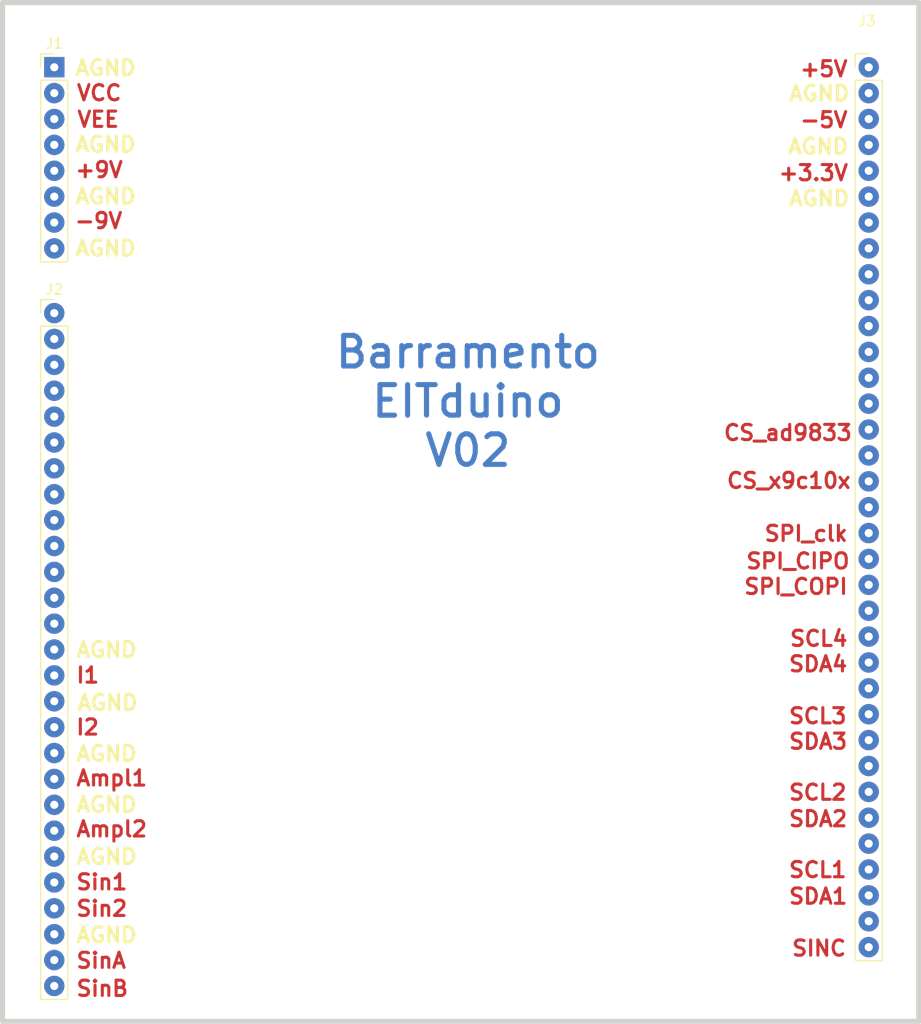
<source format=kicad_pcb>
(kicad_pcb (version 20221018) (generator pcbnew)
  (title_block (title "Barramento do EITduino") (date "2023-08-14") (rev "v02") (company "EITduino") (comment 1 "Autor: Gustavo Pinheiro") (comment 2 "Barramento proposto para uma placa 90x100 mm") (comment 3 "placa de face simples") (comment 4 "Pinos AGND e DGND"))
  (layers (0 "F.Cu" signal) (31 "B.Cu" signal) (34 "B.Paste" user) (35 "F.Paste" user) (36 "B.SilkS" user "B.Silkscreen") (37 "F.SilkS" user "F.Silkscreen") (38 "B.Mask" user) (39 "F.Mask" user) (44 "Edge.Cuts" user))
  (net 0 "")
  (net 1 "+9V")
  (net 2 "-9V")
  (net 3 "+5V")
  (net 4 "-5V")
  (net 5 "+3.3V")
  (net 12 "Earth")
  (net 14 "I1")
  (net 15 "I2")
  (net 16 "Ampl1")
  (net 17 "Ampl2")
  (net 18 "Sin1")
  (net 19 "Sin2")
  (net 20 "SinA")
  (net 21 "SinB")
  (net 22 "SINC")
  (net 23 "SPI_COPI")
  (net 24 "SPI_CIPO")
  (net 25 "SPI_clk")
  (net 26 "CS (AD9833)")
  (net 27 "CS (X9c10x)")
  (net 28 "SCL3")
  (net 29 "SDA3")
  (net 30 "SCL2")
  (net 31 "SDA2")
  (net 32 "SCL1")
  (net 33 "SDA1")
  (net 34 "VCC")
  (net 35 "VEE")
  (net 49 "GND")
  (net 50 "SCL4")
  (net 51 "SDA4")
  (footprint "Connector_PinHeader_2.54mm:PinHeader_1x35_P2.54mm_Vertical" (layer "F.Cu") (at 186.69 57.15)
    (fp_text reference "J3" (at -0.165 -4.535) (layer "F.SilkS"))
    (fp_text value "comunicacao / sinais digitais" hide)
    (fp_line (start -1.33 -1.33) (end 0 -1.33) (stroke (width 0.12)) (layer "F.SilkS"))
    (fp_line (start -1.33 0) (end -1.33 -1.33) (stroke (width 0.12)) (layer "F.SilkS"))
    (fp_line (start -1.33 1.27) (end -1.33 87.69) (stroke (width 0.12)) (layer "F.SilkS"))
    (fp_line (start -1.33 1.27) (end 1.33 1.27) (stroke (width 0.12)) (layer "F.SilkS"))
    (fp_line (start -1.33 87.69) (end 1.33 87.69) (stroke (width 0.12)) (layer "F.SilkS"))
    (fp_line (start 1.33 1.27) (end 1.33 87.69) (stroke (width 0.12)) (layer "F.SilkS"))
    (pad "1" thru_hole circle (at 0 0) (size 2 2) (drill 0.8) (layers "*.Cu" "*.Mask") (net 3 "+5V"))
    (pad "2" thru_hole circle (at 0 2.54) (size 2 2) (drill 0.8) (layers "*.Cu" "*.Mask") (net 12 "Earth"))
    (pad "3" thru_hole circle (at 0 5.08) (size 2 2) (drill 0.8) (layers "*.Cu" "*.Mask") (net 4 "-5V"))
    (pad "4" thru_hole circle (at 0 7.62) (size 2 2) (drill 0.8) (layers "*.Cu" "*.Mask") (net 12 "Earth"))
    (pad "5" thru_hole circle (at 0 10.16) (size 2 2) (drill 0.8) (layers "*.Cu" "*.Mask") (net 5 "+3.3V"))
    (pad "6" thru_hole circle (at 0 12.7) (size 2 2) (drill 0.8) (layers "*.Cu" "*.Mask") (net 12 "Earth"))
    (pad "7" thru_hole circle (at 0 15.24) (size 2 2) (drill 0.8) (layers "*.Cu" "*.Mask"))
    (pad "8" thru_hole circle (at 0 17.78) (size 2 2) (drill 0.8) (layers "*.Cu" "*.Mask"))
    (pad "9" thru_hole circle (at 0 20.32) (size 2 2) (drill 0.8) (layers "*.Cu" "*.Mask"))
    (pad "10" thru_hole circle (at 0 22.86) (size 2 2) (drill 0.8) (layers "*.Cu" "*.Mask"))
    (pad "11" thru_hole circle (at 0 25.4) (size 2 2) (drill 0.8) (layers "*.Cu" "*.Mask"))
    (pad "12" thru_hole circle (at 0 27.94) (size 2 2) (drill 0.8) (layers "*.Cu" "*.Mask"))
    (pad "13" thru_hole circle (at 0 30.48) (size 2 2) (drill 0.8) (layers "*.Cu" "*.Mask"))
    (pad "14" thru_hole circle (at 0 33.02) (size 2 2) (drill 0.8) (layers "*.Cu" "*.Mask") (net 49 "GND"))
    (pad "15" thru_hole circle (at 0 35.56) (size 2 2) (drill 0.8) (layers "*.Cu" "*.Mask") (net 26 "CS (AD9833)"))
    (pad "16" thru_hole circle (at 0 38.1) (size 2 2) (drill 0.8) (layers "*.Cu" "*.Mask") (net 49 "GND"))
    (pad "17" thru_hole circle (at 0 40.64) (size 2 2) (drill 0.8) (layers "*.Cu" "*.Mask") (net 27 "CS (X9c10x)"))
    (pad "18" thru_hole circle (at 0 43.18) (size 2 2) (drill 0.8) (layers "*.Cu" "*.Mask") (net 49 "GND"))
    (pad "19" thru_hole circle (at 0 45.72) (size 2 2) (drill 0.8) (layers "*.Cu" "*.Mask") (net 25 "SPI_clk"))
    (pad "20" thru_hole circle (at 0 48.26) (size 2 2) (drill 0.8) (layers "*.Cu" "*.Mask") (net 24 "SPI_CIPO"))
    (pad "21" thru_hole circle (at 0 50.8) (size 2 2) (drill 0.8) (layers "*.Cu" "*.Mask") (net 23 "SPI_COPI"))
    (pad "22" thru_hole circle (at 0 53.34) (size 2 2) (drill 0.8) (layers "*.Cu" "*.Mask") (net 49 "GND"))
    (pad "23" thru_hole circle (at 0 55.88) (size 2 2) (drill 0.8) (layers "*.Cu" "*.Mask") (net 50 "SCL4"))
    (pad "24" thru_hole circle (at 0 58.42) (size 2 2) (drill 0.8) (layers "*.Cu" "*.Mask") (net 51 "SDA4"))
    (pad "25" thru_hole circle (at 0 60.96) (size 2 2) (drill 0.8) (layers "*.Cu" "*.Mask") (net 49 "GND"))
    (pad "26" thru_hole circle (at 0 63.5) (size 2 2) (drill 0.8) (layers "*.Cu" "*.Mask") (net 28 "SCL3"))
    (pad "27" thru_hole circle (at 0 66.04) (size 2 2) (drill 0.8) (layers "*.Cu" "*.Mask") (net 29 "SDA3"))
    (pad "28" thru_hole circle (at 0 68.58) (size 2 2) (drill 0.8) (layers "*.Cu" "*.Mask") (net 49 "GND"))
    (pad "29" thru_hole circle (at 0 71.12) (size 2 2) (drill 0.8) (layers "*.Cu" "*.Mask") (net 30 "SCL2"))
    (pad "30" thru_hole circle (at 0 73.66) (size 2 2) (drill 0.8) (layers "*.Cu" "*.Mask") (net 31 "SDA2"))
    (pad "31" thru_hole circle (at 0 76.2) (size 2 2) (drill 0.8) (layers "*.Cu" "*.Mask") (net 49 "GND"))
    (pad "32" thru_hole circle (at 0 78.74) (size 2 2) (drill 0.8) (layers "*.Cu" "*.Mask") (net 32 "SCL1"))
    (pad "33" thru_hole circle (at 0 81.28) (size 2 2) (drill 0.8) (layers "*.Cu" "*.Mask") (net 33 "SDA1"))
    (pad "34" thru_hole circle (at 0 83.82) (size 2 2) (drill 0.8) (layers "*.Cu" "*.Mask") (net 49 "GND"))
    (pad "35" thru_hole circle (at 0 86.36) (size 2 2) (drill 0.8) (layers "*.Cu" "*.Mask") (net 22 "SINC"))
  )
  (footprint "Connector_PinHeader_2.54mm:PinHeader_1x08_P2.54mm_Vertical" (layer "F.Cu") (at 106.68 57.15)
    (fp_text reference "J1" (at 0 -2.33) (layer "F.SilkS"))
    (fp_text value "alimentacao analogica")
    (fp_line (start -1.33 -1.33) (end 0 -1.33) (stroke (width 0.12)) (layer "F.SilkS"))
    (fp_line (start -1.33 0) (end -1.33 -1.33) (stroke (width 0.12)) (layer "F.SilkS"))
    (fp_line (start -1.33 1.27) (end -1.33 19.11) (stroke (width 0.12)) (layer "F.SilkS"))
    (fp_line (start -1.33 1.27) (end 1.33 1.27) (stroke (width 0.12)) (layer "F.SilkS"))
    (fp_line (start -1.33 19.11) (end 1.33 19.11) (stroke (width 0.12)) (layer "F.SilkS"))
    (fp_line (start 1.33 1.27) (end 1.33 19.11) (stroke (width 0.12)) (layer "F.SilkS"))
    (pad "1" thru_hole rect (at 0 0) (size 2 2) (drill 0.8) (layers "*.Cu" "*.Mask") (net 12 "Earth"))
    (pad "2" thru_hole circle (at 0 2.54) (size 2 2) (drill 0.8) (layers "*.Cu" "*.Mask") (net 34 "VCC"))
    (pad "3" thru_hole circle (at 0 5.08) (size 2 2) (drill 0.8) (layers "*.Cu" "*.Mask") (net 35 "VEE"))
    (pad "4" thru_hole circle (at 0 7.62) (size 2 2) (drill 0.8) (layers "*.Cu" "*.Mask") (net 12 "Earth"))
    (pad "5" thru_hole circle (at 0 10.16) (size 2 2) (drill 0.8) (layers "*.Cu" "*.Mask") (net 1 "+9V"))
    (pad "6" thru_hole circle (at 0 12.7) (size 2 2) (drill 0.8) (layers "*.Cu" "*.Mask") (net 12 "Earth"))
    (pad "7" thru_hole circle (at 0 15.24) (size 2 2) (drill 0.8) (layers "*.Cu" "*.Mask") (net 2 "-9V"))
    (pad "8" thru_hole circle (at 0 17.78) (size 2 2) (drill 0.8) (layers "*.Cu" "*.Mask") (net 12 "Earth"))
  )
  (footprint "Connector_PinHeader_2.54mm:PinHeader_1x27_P2.54mm_Vertical" (layer "F.Cu") (at 106.68 81.28)
    (fp_text reference "J2" (at 0 -2.33) (layer "F.SilkS"))
    (fp_text value "sinais analogicos")
    (fp_line (start -1.33 -1.33) (end 0 -1.33) (stroke (width 0.12)) (layer "F.SilkS"))
    (fp_line (start -1.33 0) (end -1.33 -1.33) (stroke (width 0.12)) (layer "F.SilkS"))
    (fp_line (start -1.33 1.27) (end -1.33 67.37) (stroke (width 0.12)) (layer "F.SilkS"))
    (fp_line (start -1.33 1.27) (end 1.33 1.27) (stroke (width 0.12)) (layer "F.SilkS"))
    (fp_line (start -1.33 67.37) (end 1.33 67.37) (stroke (width 0.12)) (layer "F.SilkS"))
    (fp_line (start 1.33 1.27) (end 1.33 67.37) (stroke (width 0.12)) (layer "F.SilkS"))
    (pad "1" thru_hole circle (at 0 0) (size 2 2) (drill 0.8) (layers "*.Cu" "*.Mask"))
    (pad "2" thru_hole circle (at 0 2.54) (size 2 2) (drill 0.8) (layers "*.Cu" "*.Mask"))
    (pad "3" thru_hole circle (at 0 5.08) (size 2 2) (drill 0.8) (layers "*.Cu" "*.Mask"))
    (pad "4" thru_hole circle (at 0 7.62) (size 2 2) (drill 0.8) (layers "*.Cu" "*.Mask"))
    (pad "5" thru_hole circle (at 0 10.16) (size 2 2) (drill 0.8) (layers "*.Cu" "*.Mask"))
    (pad "6" thru_hole circle (at 0 12.7) (size 2 2) (drill 0.8) (layers "*.Cu" "*.Mask"))
    (pad "7" thru_hole circle (at 0 15.24) (size 2 2) (drill 0.8) (layers "*.Cu" "*.Mask"))
    (pad "8" thru_hole circle (at 0 17.78) (size 2 2) (drill 0.8) (layers "*.Cu" "*.Mask"))
    (pad "9" thru_hole circle (at 0 20.32) (size 2 2) (drill 0.8) (layers "*.Cu" "*.Mask"))
    (pad "10" thru_hole circle (at 0 22.86) (size 2 2) (drill 0.8) (layers "*.Cu" "*.Mask"))
    (pad "11" thru_hole circle (at 0 25.4) (size 2 2) (drill 0.8) (layers "*.Cu" "*.Mask"))
    (pad "12" thru_hole circle (at 0 27.94) (size 2 2) (drill 0.8) (layers "*.Cu" "*.Mask"))
    (pad "13" thru_hole circle (at 0 30.48) (size 2 2) (drill 0.8) (layers "*.Cu" "*.Mask"))
    (pad "14" thru_hole circle (at 0 33.02) (size 2 2) (drill 0.8) (layers "*.Cu" "*.Mask") (net 12 "Earth"))
    (pad "15" thru_hole circle (at 0 35.56) (size 2 2) (drill 0.8) (layers "*.Cu" "*.Mask") (net 14 "I1"))
    (pad "16" thru_hole circle (at 0 38.1) (size 2 2) (drill 0.8) (layers "*.Cu" "*.Mask") (net 12 "Earth"))
    (pad "17" thru_hole circle (at 0 40.64) (size 2 2) (drill 0.8) (layers "*.Cu" "*.Mask") (net 15 "I2"))
    (pad "18" thru_hole circle (at 0 43.18) (size 2 2) (drill 0.8) (layers "*.Cu" "*.Mask") (net 12 "Earth"))
    (pad "19" thru_hole circle (at 0 45.72) (size 2 2) (drill 0.8) (layers "*.Cu" "*.Mask") (net 16 "Ampl1"))
    (pad "20" thru_hole circle (at 0 48.26) (size 2 2) (drill 0.8) (layers "*.Cu" "*.Mask") (net 12 "Earth"))
    (pad "21" thru_hole circle (at 0 50.8) (size 2 2) (drill 0.8) (layers "*.Cu" "*.Mask") (net 17 "Ampl2"))
    (pad "22" thru_hole circle (at 0 53.34) (size 2 2) (drill 0.8) (layers "*.Cu" "*.Mask") (net 12 "Earth"))
    (pad "23" thru_hole circle (at 0 55.88) (size 2 2) (drill 0.8) (layers "*.Cu" "*.Mask") (net 18 "Sin1"))
    (pad "24" thru_hole circle (at 0 58.42) (size 2 2) (drill 0.8) (layers "*.Cu" "*.Mask") (net 19 "Sin2"))
    (pad "25" thru_hole circle (at 0 60.96) (size 2 2) (drill 0.8) (layers "*.Cu" "*.Mask") (net 12 "Earth"))
    (pad "26" thru_hole circle (at 0 63.5) (size 2 2) (drill 0.8) (layers "*.Cu" "*.Mask") (net 20 "SinA"))
    (pad "27" thru_hole circle (at 0 66.04) (size 2 2) (drill 0.8) (layers "*.Cu" "*.Mask") (net 21 "SinB"))
  )
  (gr_line (start 191.6 50.8) (end 101.6 50.8) (stroke (width 0.5)) (layer "Edge.Cuts"))
  (gr_line (start 191.6 150.8) (end 191.6 50.8) (stroke (width 0.5)) (layer "Edge.Cuts"))
  (gr_line (start 191.59982 150.7998) (end 101.6 150.7998) (stroke (width 0.5)) (layer "Edge.Cuts"))
  (gr_line (start 101.6 50.8) (end 101.6 150.7998) (stroke (width 0.5)) (layer "Edge.Cuts"))
  (gr_text "SDA1" (at 178.7 139.4) (layer "F.Cu") (effects (font (size 1.5 1.5) (thickness 0.3) bold) (justify left bottom)))
  (gr_text "SinA" (at 108.7 145.7) (layer "F.Cu") (effects (font (size 1.5 1.5) (thickness 0.3) bold) (justify left bottom)))
  (gr_text "SPI_CIPO\n" (at 174.5 106.5) (layer "F.Cu") (effects (font (size 1.5 1.5) (thickness 0.3) bold) (justify left bottom)))
  (gr_text "CS_x9c10x\n" (at 172.6 98.6) (layer "F.Cu") (effects (font (size 1.5 1.5) (thickness 0.3) bold) (justify left bottom)))
  (gr_text "-9V" (at 108.55 73.1) (layer "F.Cu") (effects (font (size 1.5 1.5) (thickness 0.3) bold) (justify left bottom)))
  (gr_text "CS_ad9833" (at 172.3 93.9) (layer "F.Cu") (effects (font (size 1.5 1.5) (thickness 0.3) bold) (justify left bottom)))
  (gr_text "+3.3V" (at 177.7 68.4) (layer "F.Cu") (effects (font (size 1.5 1.5) (thickness 0.3) bold) (justify left bottom)))
  (gr_text "Sin1" (at 108.688 138) (layer "F.Cu") (effects (font (size 1.5 1.5) (thickness 0.3) bold) (justify left bottom)))
  (gr_text "+5V\n" (at 179.8 58.2) (layer "F.Cu") (effects (font (size 1.5 1.5) (thickness 0.3) bold) (justify left bottom)))
  (gr_text "SCL2" (at 178.7 129.2) (layer "F.Cu") (effects (font (size 1.5 1.5) (thickness 0.3) bold) (justify left bottom)))
  (gr_text "-5V" (at 179.8 63.2) (layer "F.Cu") (effects (font (size 1.5 1.5) (thickness 0.3) bold) (justify left bottom)))
  (gr_text "SDA3" (at 178.7 124.2) (layer "F.Cu") (effects (font (size 1.5 1.5) (thickness 0.3) bold) (justify left bottom)))
  (gr_text "SDA4\n" (at 178.7 116.6) (layer "F.Cu") (effects (font (size 1.5 1.5) (thickness 0.3) bold) (justify left bottom)))
  (gr_text "Ampl2" (at 108.7 132.8) (layer "F.Cu") (effects (font (size 1.5 1.5) (thickness 0.3) bold) (justify left bottom)))
  (gr_text "SINC" (at 179 144.5) (layer "F.Cu") (effects (font (size 1.5 1.5) (thickness 0.3) bold) (justify left bottom)))
  (gr_text "VCC" (at 108.75 60.55) (layer "F.Cu") (effects (font (size 1.5 1.5) (thickness 0.3) bold) (justify left bottom)))
  (gr_text "VEE\n" (at 108.8 63.15) (layer "F.Cu") (effects (font (size 1.5 1.5) (thickness 0.3) bold) (justify left bottom)))
  (gr_text "I2\n" (at 108.688 122.8) (layer "F.Cu") (effects (font (size 1.5 1.5) (thickness 0.3) bold) (justify left bottom)))
  (gr_text "SCL4\n" (at 178.8 114.1) (layer "F.Cu") (effects (font (size 1.5 1.5) (thickness 0.3) bold) (justify left bottom)))
  (gr_text "SinB" (at 108.7 148.45) (layer "F.Cu") (effects (font (size 1.5 1.5) (thickness 0.3) bold) (justify left bottom)))
  (gr_text "SDA2" (at 178.7 131.8) (layer "F.Cu") (effects (font (size 1.5 1.5) (thickness 0.3) bold) (justify left bottom)))
  (gr_text "SPI_clk\n" (at 176.3 103.8) (layer "F.Cu") (effects (font (size 1.5 1.5) (thickness 0.3) bold) (justify left bottom)))
  (gr_text "I1" (at 108.7 117.7) (layer "F.Cu") (effects (font (size 1.5 1.5) (thickness 0.3) bold) (justify left bottom)))
  (gr_text "Sin2\n" (at 108.688 140.6) (layer "F.Cu") (effects (font (size 1.5 1.5) (thickness 0.3) bold) (justify left bottom)))
  (gr_text "+9V\n" (at 108.6 68.1) (layer "F.Cu") (effects (font (size 1.5 1.5) (thickness 0.3) bold) (justify left bottom)))
  (gr_text "SCL1\n" (at 178.7 136.8) (layer "F.Cu") (effects (font (size 1.5 1.5) (thickness 0.3) bold) (justify left bottom)))
  (gr_text "SPI_COPI\n" (at 174.3 109) (layer "F.Cu") (effects (font (size 1.5 1.5) (thickness 0.3) bold) (justify left bottom)))
  (gr_text "SCL3" (at 178.7 121.7) (layer "F.Cu") (effects (font (size 1.5 1.5) (thickness 0.3) bold) (justify left bottom)))
  (gr_text "Ampl1" (at 108.7 127.8) (layer "F.Cu") (effects (font (size 1.5 1.5) (thickness 0.3) bold) (justify left bottom)))
  (gr_text "Barramento\nEITduino\nV02" (at 147.32 96.52) (layer "B.Cu") (effects (font (size 3 3) (thickness 0.5) bold) (justify bottom)))
  (gr_text "AGND" (at 108.7 135.5) (layer "F.SilkS") (effects (font (size 1.5 1.5) (thickness 0.3) bold) (justify left bottom)))
  (gr_text "AGND" (at 178.6 65.8) (layer "F.SilkS") (effects (font (size 1.5 1.5) (thickness 0.3) bold) (justify left bottom)))
  (gr_text "AGND" (at 108.6 75.8) (layer "F.SilkS") (effects (font (size 1.5 1.5) (thickness 0.3) bold) (justify left bottom)))
  (gr_text "AGND" (at 108.7 143.2) (layer "F.SilkS") (effects (font (size 1.5 1.5) (thickness 0.3) bold) (justify left bottom)))
  (gr_text "AGND" (at 108.7 130.4) (layer "F.SilkS") (effects (font (size 1.5 1.5) (thickness 0.3) bold) (justify left bottom)))
  (gr_text "AGND" (at 108.6 65.6) (layer "F.SilkS") (effects (font (size 1.5 1.5) (thickness 0.3) bold) (justify left bottom)))
  (gr_text "AGND" (at 108.6 58.1) (layer "F.SilkS") (effects (font (size 1.5 1.5) (thickness 0.3) bold) (justify left bottom)))
  (gr_text "AGND" (at 178.7 60.6) (layer "F.SilkS") (effects (font (size 1.5 1.5) (thickness 0.3) bold) (justify left bottom)))
  (gr_text "AGND" (at 108.6 70.7) (layer "F.SilkS") (effects (font (size 1.5 1.5) (thickness 0.3) bold) (justify left bottom)))
  (gr_text "AGND" (at 178.7 70.9) (layer "F.SilkS") (effects (font (size 1.5 1.5) (thickness 0.3) bold) (justify left bottom)))
  (gr_text "AGND" (at 108.7 125.4) (layer "F.SilkS") (effects (font (size 1.5 1.5) (thickness 0.3) bold) (justify left bottom)))
  (gr_text "AGND" (at 108.7 115.2) (layer "F.SilkS") (effects (font (size 1.5 1.5) (thickness 0.3) bold) (justify left bottom)))
  (gr_text "AGND" (at 108.8 120.4) (layer "F.SilkS") (effects (font (size 1.5 1.5) (thickness 0.3) bold) (justify left bottom)))
)
</source>
